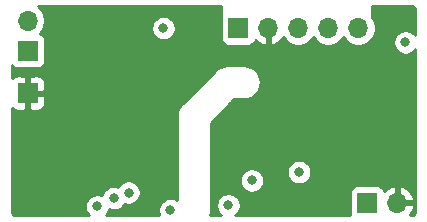
<source format=gbr>
G04 #@! TF.GenerationSoftware,KiCad,Pcbnew,(5.1.5)-3*
G04 #@! TF.CreationDate,2020-02-14T11:46:18+11:00*
G04 #@! TF.ProjectId,Heterodyne,48657465-726f-4647-996e-652e6b696361,rev?*
G04 #@! TF.SameCoordinates,Original*
G04 #@! TF.FileFunction,Copper,L2,Inr*
G04 #@! TF.FilePolarity,Positive*
%FSLAX46Y46*%
G04 Gerber Fmt 4.6, Leading zero omitted, Abs format (unit mm)*
G04 Created by KiCad (PCBNEW (5.1.5)-3) date 2020-02-14 11:46:18*
%MOMM*%
%LPD*%
G04 APERTURE LIST*
%ADD10O,1.700000X1.700000*%
%ADD11R,1.700000X1.700000*%
%ADD12C,0.800000*%
%ADD13C,0.254000*%
G04 APERTURE END LIST*
D10*
X133500000Y-49500000D03*
X130960000Y-49500000D03*
X128420000Y-49500000D03*
X125880000Y-49500000D03*
D11*
X123340000Y-49500000D03*
X105500000Y-55000000D03*
X105500000Y-51400000D03*
D10*
X105500000Y-48860000D03*
X136800000Y-64300000D03*
D11*
X134260000Y-64300000D03*
D12*
X110000000Y-53000000D03*
X110500000Y-57500000D03*
X137875000Y-56800000D03*
X133823897Y-55323897D03*
X130800000Y-53800000D03*
X122800000Y-56100000D03*
X124500000Y-59500000D03*
X117600000Y-60400000D03*
X127600000Y-62900000D03*
X129600000Y-62800000D03*
X120800000Y-53299996D03*
X122500000Y-64500000D03*
X117600000Y-64900000D03*
X111400000Y-64600000D03*
X128500000Y-61699998D03*
X117000000Y-49500000D03*
X137500000Y-50700000D03*
X124500000Y-62400000D03*
X114055553Y-63419447D03*
X112800000Y-63900000D03*
D13*
G36*
X121873000Y-48496469D02*
G01*
X121864188Y-48525518D01*
X121851928Y-48650000D01*
X121851928Y-50350000D01*
X121864188Y-50474482D01*
X121900498Y-50594180D01*
X121959463Y-50704494D01*
X122038815Y-50801185D01*
X122135506Y-50880537D01*
X122245820Y-50939502D01*
X122365518Y-50975812D01*
X122490000Y-50988072D01*
X124190000Y-50988072D01*
X124314482Y-50975812D01*
X124434180Y-50939502D01*
X124544494Y-50880537D01*
X124641185Y-50801185D01*
X124720537Y-50704494D01*
X124779502Y-50594180D01*
X124803966Y-50513534D01*
X124879731Y-50597588D01*
X125113080Y-50771641D01*
X125375901Y-50896825D01*
X125523110Y-50941476D01*
X125753000Y-50820155D01*
X125753000Y-49627000D01*
X125733000Y-49627000D01*
X125733000Y-49373000D01*
X125753000Y-49373000D01*
X125753000Y-49353000D01*
X126007000Y-49353000D01*
X126007000Y-49373000D01*
X126027000Y-49373000D01*
X126027000Y-49627000D01*
X126007000Y-49627000D01*
X126007000Y-50820155D01*
X126236890Y-50941476D01*
X126384099Y-50896825D01*
X126646920Y-50771641D01*
X126880269Y-50597588D01*
X127075178Y-50381355D01*
X127144805Y-50264466D01*
X127266525Y-50446632D01*
X127473368Y-50653475D01*
X127716589Y-50815990D01*
X127986842Y-50927932D01*
X128273740Y-50985000D01*
X128566260Y-50985000D01*
X128853158Y-50927932D01*
X129123411Y-50815990D01*
X129366632Y-50653475D01*
X129573475Y-50446632D01*
X129690000Y-50272240D01*
X129806525Y-50446632D01*
X130013368Y-50653475D01*
X130256589Y-50815990D01*
X130526842Y-50927932D01*
X130813740Y-50985000D01*
X131106260Y-50985000D01*
X131393158Y-50927932D01*
X131663411Y-50815990D01*
X131906632Y-50653475D01*
X132113475Y-50446632D01*
X132230000Y-50272240D01*
X132346525Y-50446632D01*
X132553368Y-50653475D01*
X132796589Y-50815990D01*
X133066842Y-50927932D01*
X133353740Y-50985000D01*
X133646260Y-50985000D01*
X133933158Y-50927932D01*
X134203411Y-50815990D01*
X134446632Y-50653475D01*
X134653475Y-50446632D01*
X134815990Y-50203411D01*
X134927932Y-49933158D01*
X134985000Y-49646260D01*
X134985000Y-49353740D01*
X134927932Y-49066842D01*
X134815990Y-48796589D01*
X134653475Y-48553368D01*
X134627000Y-48526893D01*
X134627000Y-47660000D01*
X137967721Y-47660000D01*
X138065424Y-47669580D01*
X138128356Y-47688580D01*
X138186405Y-47719445D01*
X138237343Y-47760989D01*
X138279248Y-47811644D01*
X138310515Y-47869471D01*
X138329956Y-47932272D01*
X138340001Y-48027845D01*
X138340001Y-50094200D01*
X138303937Y-50040226D01*
X138159774Y-49896063D01*
X137990256Y-49782795D01*
X137801898Y-49704774D01*
X137601939Y-49665000D01*
X137398061Y-49665000D01*
X137198102Y-49704774D01*
X137009744Y-49782795D01*
X136840226Y-49896063D01*
X136696063Y-50040226D01*
X136582795Y-50209744D01*
X136504774Y-50398102D01*
X136465000Y-50598061D01*
X136465000Y-50801939D01*
X136504774Y-51001898D01*
X136582795Y-51190256D01*
X136696063Y-51359774D01*
X136840226Y-51503937D01*
X137009744Y-51617205D01*
X137198102Y-51695226D01*
X137398061Y-51735000D01*
X137601939Y-51735000D01*
X137801898Y-51695226D01*
X137990256Y-51617205D01*
X138159774Y-51503937D01*
X138303937Y-51359774D01*
X138340001Y-51305801D01*
X138340000Y-64967721D01*
X138330420Y-65065424D01*
X138311420Y-65128357D01*
X138280554Y-65186406D01*
X138239011Y-65237343D01*
X138188356Y-65279248D01*
X138130529Y-65310515D01*
X138067728Y-65329956D01*
X137972165Y-65340000D01*
X137852178Y-65340000D01*
X137995178Y-65181355D01*
X138144157Y-64931252D01*
X138241481Y-64656891D01*
X138120814Y-64427000D01*
X136927000Y-64427000D01*
X136927000Y-64447000D01*
X136673000Y-64447000D01*
X136673000Y-64427000D01*
X136653000Y-64427000D01*
X136653000Y-64173000D01*
X136673000Y-64173000D01*
X136673000Y-62979845D01*
X136927000Y-62979845D01*
X136927000Y-64173000D01*
X138120814Y-64173000D01*
X138241481Y-63943109D01*
X138144157Y-63668748D01*
X137995178Y-63418645D01*
X137800269Y-63202412D01*
X137566920Y-63028359D01*
X137304099Y-62903175D01*
X137156890Y-62858524D01*
X136927000Y-62979845D01*
X136673000Y-62979845D01*
X136443110Y-62858524D01*
X136295901Y-62903175D01*
X136033080Y-63028359D01*
X135799731Y-63202412D01*
X135723966Y-63286466D01*
X135699502Y-63205820D01*
X135640537Y-63095506D01*
X135561185Y-62998815D01*
X135464494Y-62919463D01*
X135354180Y-62860498D01*
X135234482Y-62824188D01*
X135110000Y-62811928D01*
X133410000Y-62811928D01*
X133285518Y-62824188D01*
X133165820Y-62860498D01*
X133055506Y-62919463D01*
X132958815Y-62998815D01*
X132879463Y-63095506D01*
X132820498Y-63205820D01*
X132784188Y-63325518D01*
X132771928Y-63450000D01*
X132771928Y-65150000D01*
X132784188Y-65274482D01*
X132804063Y-65340000D01*
X123105802Y-65340000D01*
X123159774Y-65303937D01*
X123303937Y-65159774D01*
X123417205Y-64990256D01*
X123495226Y-64801898D01*
X123535000Y-64601939D01*
X123535000Y-64398061D01*
X123495226Y-64198102D01*
X123417205Y-64009744D01*
X123303937Y-63840226D01*
X123159774Y-63696063D01*
X122990256Y-63582795D01*
X122801898Y-63504774D01*
X122601939Y-63465000D01*
X122398061Y-63465000D01*
X122198102Y-63504774D01*
X122009744Y-63582795D01*
X121840226Y-63696063D01*
X121696063Y-63840226D01*
X121582795Y-64009744D01*
X121504774Y-64198102D01*
X121465000Y-64398061D01*
X121465000Y-64601939D01*
X121504774Y-64801898D01*
X121582795Y-64990256D01*
X121696063Y-65159774D01*
X121840226Y-65303937D01*
X121894198Y-65340000D01*
X120935764Y-65340000D01*
X121014236Y-65081309D01*
X121035000Y-64870492D01*
X121035000Y-62298061D01*
X123465000Y-62298061D01*
X123465000Y-62501939D01*
X123504774Y-62701898D01*
X123582795Y-62890256D01*
X123696063Y-63059774D01*
X123840226Y-63203937D01*
X124009744Y-63317205D01*
X124198102Y-63395226D01*
X124398061Y-63435000D01*
X124601939Y-63435000D01*
X124801898Y-63395226D01*
X124990256Y-63317205D01*
X125159774Y-63203937D01*
X125303937Y-63059774D01*
X125417205Y-62890256D01*
X125495226Y-62701898D01*
X125535000Y-62501939D01*
X125535000Y-62298061D01*
X125495226Y-62098102D01*
X125417205Y-61909744D01*
X125303937Y-61740226D01*
X125161770Y-61598059D01*
X127465000Y-61598059D01*
X127465000Y-61801937D01*
X127504774Y-62001896D01*
X127582795Y-62190254D01*
X127696063Y-62359772D01*
X127840226Y-62503935D01*
X128009744Y-62617203D01*
X128198102Y-62695224D01*
X128398061Y-62734998D01*
X128601939Y-62734998D01*
X128801898Y-62695224D01*
X128990256Y-62617203D01*
X129159774Y-62503935D01*
X129303937Y-62359772D01*
X129417205Y-62190254D01*
X129495226Y-62001896D01*
X129535000Y-61801937D01*
X129535000Y-61598059D01*
X129495226Y-61398100D01*
X129417205Y-61209742D01*
X129303937Y-61040224D01*
X129159774Y-60896061D01*
X128990256Y-60782793D01*
X128801898Y-60704772D01*
X128601939Y-60664998D01*
X128398061Y-60664998D01*
X128198102Y-60704772D01*
X128009744Y-60782793D01*
X127840226Y-60896061D01*
X127696063Y-61040224D01*
X127582795Y-61209742D01*
X127504774Y-61398100D01*
X127465000Y-61598059D01*
X125161770Y-61598059D01*
X125159774Y-61596063D01*
X124990256Y-61482795D01*
X124801898Y-61404774D01*
X124601939Y-61365000D01*
X124398061Y-61365000D01*
X124198102Y-61404774D01*
X124009744Y-61482795D01*
X123840226Y-61596063D01*
X123696063Y-61740226D01*
X123582795Y-61909744D01*
X123504774Y-62098102D01*
X123465000Y-62298061D01*
X121035000Y-62298061D01*
X121035000Y-57494395D01*
X122994396Y-55535000D01*
X123870492Y-55535000D01*
X124081309Y-55514236D01*
X124351808Y-55432182D01*
X124601101Y-55298932D01*
X124819608Y-55119608D01*
X124998932Y-54901101D01*
X125132182Y-54651808D01*
X125214236Y-54381309D01*
X125241943Y-54100000D01*
X125214236Y-53818691D01*
X125132182Y-53548192D01*
X124998932Y-53298899D01*
X124819608Y-53080392D01*
X124601101Y-52901068D01*
X124351808Y-52767818D01*
X124081309Y-52685764D01*
X123870492Y-52665000D01*
X122470492Y-52665000D01*
X122400000Y-52658057D01*
X122329508Y-52665000D01*
X122118691Y-52685764D01*
X121848192Y-52767818D01*
X121598899Y-52901068D01*
X121380392Y-53080392D01*
X121335450Y-53135154D01*
X118635155Y-55835450D01*
X118580393Y-55880392D01*
X118401069Y-56098899D01*
X118344627Y-56204494D01*
X118267818Y-56348193D01*
X118185764Y-56618692D01*
X118158057Y-56900000D01*
X118165001Y-56970502D01*
X118165000Y-64032737D01*
X118090256Y-63982795D01*
X117901898Y-63904774D01*
X117701939Y-63865000D01*
X117498061Y-63865000D01*
X117298102Y-63904774D01*
X117109744Y-63982795D01*
X116940226Y-64096063D01*
X116796063Y-64240226D01*
X116682795Y-64409744D01*
X116604774Y-64598102D01*
X116565000Y-64798061D01*
X116565000Y-65001939D01*
X116604774Y-65201898D01*
X116661978Y-65340000D01*
X112123711Y-65340000D01*
X112203937Y-65259774D01*
X112317205Y-65090256D01*
X112395226Y-64901898D01*
X112404283Y-64856365D01*
X112498102Y-64895226D01*
X112698061Y-64935000D01*
X112901939Y-64935000D01*
X113101898Y-64895226D01*
X113290256Y-64817205D01*
X113459774Y-64703937D01*
X113603937Y-64559774D01*
X113712328Y-64397555D01*
X113753655Y-64414673D01*
X113953614Y-64454447D01*
X114157492Y-64454447D01*
X114357451Y-64414673D01*
X114545809Y-64336652D01*
X114715327Y-64223384D01*
X114859490Y-64079221D01*
X114972758Y-63909703D01*
X115050779Y-63721345D01*
X115090553Y-63521386D01*
X115090553Y-63317508D01*
X115050779Y-63117549D01*
X114972758Y-62929191D01*
X114859490Y-62759673D01*
X114715327Y-62615510D01*
X114545809Y-62502242D01*
X114357451Y-62424221D01*
X114157492Y-62384447D01*
X113953614Y-62384447D01*
X113753655Y-62424221D01*
X113565297Y-62502242D01*
X113395779Y-62615510D01*
X113251616Y-62759673D01*
X113143225Y-62921892D01*
X113101898Y-62904774D01*
X112901939Y-62865000D01*
X112698061Y-62865000D01*
X112498102Y-62904774D01*
X112309744Y-62982795D01*
X112140226Y-63096063D01*
X111996063Y-63240226D01*
X111882795Y-63409744D01*
X111804774Y-63598102D01*
X111795717Y-63643635D01*
X111701898Y-63604774D01*
X111501939Y-63565000D01*
X111298061Y-63565000D01*
X111098102Y-63604774D01*
X110909744Y-63682795D01*
X110740226Y-63796063D01*
X110596063Y-63940226D01*
X110482795Y-64109744D01*
X110404774Y-64298102D01*
X110365000Y-64498061D01*
X110365000Y-64701939D01*
X110404774Y-64901898D01*
X110482795Y-65090256D01*
X110596063Y-65259774D01*
X110676289Y-65340000D01*
X104532279Y-65340000D01*
X104434576Y-65330420D01*
X104371643Y-65311420D01*
X104313594Y-65280554D01*
X104262657Y-65239011D01*
X104220752Y-65188356D01*
X104189485Y-65130529D01*
X104170044Y-65067728D01*
X104160000Y-64972165D01*
X104160000Y-56253889D01*
X104198815Y-56301185D01*
X104295506Y-56380537D01*
X104405820Y-56439502D01*
X104525518Y-56475812D01*
X104650000Y-56488072D01*
X105214250Y-56485000D01*
X105373000Y-56326250D01*
X105373000Y-55127000D01*
X105627000Y-55127000D01*
X105627000Y-56326250D01*
X105785750Y-56485000D01*
X106350000Y-56488072D01*
X106474482Y-56475812D01*
X106594180Y-56439502D01*
X106704494Y-56380537D01*
X106801185Y-56301185D01*
X106880537Y-56204494D01*
X106939502Y-56094180D01*
X106975812Y-55974482D01*
X106988072Y-55850000D01*
X106985000Y-55285750D01*
X106826250Y-55127000D01*
X105627000Y-55127000D01*
X105373000Y-55127000D01*
X105353000Y-55127000D01*
X105353000Y-54873000D01*
X105373000Y-54873000D01*
X105373000Y-53673750D01*
X105627000Y-53673750D01*
X105627000Y-54873000D01*
X106826250Y-54873000D01*
X106985000Y-54714250D01*
X106988072Y-54150000D01*
X106975812Y-54025518D01*
X106939502Y-53905820D01*
X106880537Y-53795506D01*
X106801185Y-53698815D01*
X106704494Y-53619463D01*
X106594180Y-53560498D01*
X106474482Y-53524188D01*
X106350000Y-53511928D01*
X105785750Y-53515000D01*
X105627000Y-53673750D01*
X105373000Y-53673750D01*
X105214250Y-53515000D01*
X104650000Y-53511928D01*
X104525518Y-53524188D01*
X104405820Y-53560498D01*
X104295506Y-53619463D01*
X104198815Y-53698815D01*
X104160000Y-53746111D01*
X104160000Y-52653889D01*
X104198815Y-52701185D01*
X104295506Y-52780537D01*
X104405820Y-52839502D01*
X104525518Y-52875812D01*
X104650000Y-52888072D01*
X106350000Y-52888072D01*
X106474482Y-52875812D01*
X106594180Y-52839502D01*
X106704494Y-52780537D01*
X106801185Y-52701185D01*
X106880537Y-52604494D01*
X106939502Y-52494180D01*
X106975812Y-52374482D01*
X106988072Y-52250000D01*
X106988072Y-50550000D01*
X106975812Y-50425518D01*
X106939502Y-50305820D01*
X106880537Y-50195506D01*
X106801185Y-50098815D01*
X106704494Y-50019463D01*
X106594180Y-49960498D01*
X106521620Y-49938487D01*
X106653475Y-49806632D01*
X106815990Y-49563411D01*
X106884479Y-49398061D01*
X115965000Y-49398061D01*
X115965000Y-49601939D01*
X116004774Y-49801898D01*
X116082795Y-49990256D01*
X116196063Y-50159774D01*
X116340226Y-50303937D01*
X116509744Y-50417205D01*
X116698102Y-50495226D01*
X116898061Y-50535000D01*
X117101939Y-50535000D01*
X117301898Y-50495226D01*
X117490256Y-50417205D01*
X117659774Y-50303937D01*
X117803937Y-50159774D01*
X117917205Y-49990256D01*
X117995226Y-49801898D01*
X118035000Y-49601939D01*
X118035000Y-49398061D01*
X117995226Y-49198102D01*
X117917205Y-49009744D01*
X117803937Y-48840226D01*
X117659774Y-48696063D01*
X117490256Y-48582795D01*
X117301898Y-48504774D01*
X117101939Y-48465000D01*
X116898061Y-48465000D01*
X116698102Y-48504774D01*
X116509744Y-48582795D01*
X116340226Y-48696063D01*
X116196063Y-48840226D01*
X116082795Y-49009744D01*
X116004774Y-49198102D01*
X115965000Y-49398061D01*
X106884479Y-49398061D01*
X106927932Y-49293158D01*
X106985000Y-49006260D01*
X106985000Y-48713740D01*
X106927932Y-48426842D01*
X106815990Y-48156589D01*
X106653475Y-47913368D01*
X106446632Y-47706525D01*
X106377002Y-47660000D01*
X121873000Y-47660000D01*
X121873000Y-48496469D01*
G37*
X121873000Y-48496469D02*
X121864188Y-48525518D01*
X121851928Y-48650000D01*
X121851928Y-50350000D01*
X121864188Y-50474482D01*
X121900498Y-50594180D01*
X121959463Y-50704494D01*
X122038815Y-50801185D01*
X122135506Y-50880537D01*
X122245820Y-50939502D01*
X122365518Y-50975812D01*
X122490000Y-50988072D01*
X124190000Y-50988072D01*
X124314482Y-50975812D01*
X124434180Y-50939502D01*
X124544494Y-50880537D01*
X124641185Y-50801185D01*
X124720537Y-50704494D01*
X124779502Y-50594180D01*
X124803966Y-50513534D01*
X124879731Y-50597588D01*
X125113080Y-50771641D01*
X125375901Y-50896825D01*
X125523110Y-50941476D01*
X125753000Y-50820155D01*
X125753000Y-49627000D01*
X125733000Y-49627000D01*
X125733000Y-49373000D01*
X125753000Y-49373000D01*
X125753000Y-49353000D01*
X126007000Y-49353000D01*
X126007000Y-49373000D01*
X126027000Y-49373000D01*
X126027000Y-49627000D01*
X126007000Y-49627000D01*
X126007000Y-50820155D01*
X126236890Y-50941476D01*
X126384099Y-50896825D01*
X126646920Y-50771641D01*
X126880269Y-50597588D01*
X127075178Y-50381355D01*
X127144805Y-50264466D01*
X127266525Y-50446632D01*
X127473368Y-50653475D01*
X127716589Y-50815990D01*
X127986842Y-50927932D01*
X128273740Y-50985000D01*
X128566260Y-50985000D01*
X128853158Y-50927932D01*
X129123411Y-50815990D01*
X129366632Y-50653475D01*
X129573475Y-50446632D01*
X129690000Y-50272240D01*
X129806525Y-50446632D01*
X130013368Y-50653475D01*
X130256589Y-50815990D01*
X130526842Y-50927932D01*
X130813740Y-50985000D01*
X131106260Y-50985000D01*
X131393158Y-50927932D01*
X131663411Y-50815990D01*
X131906632Y-50653475D01*
X132113475Y-50446632D01*
X132230000Y-50272240D01*
X132346525Y-50446632D01*
X132553368Y-50653475D01*
X132796589Y-50815990D01*
X133066842Y-50927932D01*
X133353740Y-50985000D01*
X133646260Y-50985000D01*
X133933158Y-50927932D01*
X134203411Y-50815990D01*
X134446632Y-50653475D01*
X134653475Y-50446632D01*
X134815990Y-50203411D01*
X134927932Y-49933158D01*
X134985000Y-49646260D01*
X134985000Y-49353740D01*
X134927932Y-49066842D01*
X134815990Y-48796589D01*
X134653475Y-48553368D01*
X134627000Y-48526893D01*
X134627000Y-47660000D01*
X137967721Y-47660000D01*
X138065424Y-47669580D01*
X138128356Y-47688580D01*
X138186405Y-47719445D01*
X138237343Y-47760989D01*
X138279248Y-47811644D01*
X138310515Y-47869471D01*
X138329956Y-47932272D01*
X138340001Y-48027845D01*
X138340001Y-50094200D01*
X138303937Y-50040226D01*
X138159774Y-49896063D01*
X137990256Y-49782795D01*
X137801898Y-49704774D01*
X137601939Y-49665000D01*
X137398061Y-49665000D01*
X137198102Y-49704774D01*
X137009744Y-49782795D01*
X136840226Y-49896063D01*
X136696063Y-50040226D01*
X136582795Y-50209744D01*
X136504774Y-50398102D01*
X136465000Y-50598061D01*
X136465000Y-50801939D01*
X136504774Y-51001898D01*
X136582795Y-51190256D01*
X136696063Y-51359774D01*
X136840226Y-51503937D01*
X137009744Y-51617205D01*
X137198102Y-51695226D01*
X137398061Y-51735000D01*
X137601939Y-51735000D01*
X137801898Y-51695226D01*
X137990256Y-51617205D01*
X138159774Y-51503937D01*
X138303937Y-51359774D01*
X138340001Y-51305801D01*
X138340000Y-64967721D01*
X138330420Y-65065424D01*
X138311420Y-65128357D01*
X138280554Y-65186406D01*
X138239011Y-65237343D01*
X138188356Y-65279248D01*
X138130529Y-65310515D01*
X138067728Y-65329956D01*
X137972165Y-65340000D01*
X137852178Y-65340000D01*
X137995178Y-65181355D01*
X138144157Y-64931252D01*
X138241481Y-64656891D01*
X138120814Y-64427000D01*
X136927000Y-64427000D01*
X136927000Y-64447000D01*
X136673000Y-64447000D01*
X136673000Y-64427000D01*
X136653000Y-64427000D01*
X136653000Y-64173000D01*
X136673000Y-64173000D01*
X136673000Y-62979845D01*
X136927000Y-62979845D01*
X136927000Y-64173000D01*
X138120814Y-64173000D01*
X138241481Y-63943109D01*
X138144157Y-63668748D01*
X137995178Y-63418645D01*
X137800269Y-63202412D01*
X137566920Y-63028359D01*
X137304099Y-62903175D01*
X137156890Y-62858524D01*
X136927000Y-62979845D01*
X136673000Y-62979845D01*
X136443110Y-62858524D01*
X136295901Y-62903175D01*
X136033080Y-63028359D01*
X135799731Y-63202412D01*
X135723966Y-63286466D01*
X135699502Y-63205820D01*
X135640537Y-63095506D01*
X135561185Y-62998815D01*
X135464494Y-62919463D01*
X135354180Y-62860498D01*
X135234482Y-62824188D01*
X135110000Y-62811928D01*
X133410000Y-62811928D01*
X133285518Y-62824188D01*
X133165820Y-62860498D01*
X133055506Y-62919463D01*
X132958815Y-62998815D01*
X132879463Y-63095506D01*
X132820498Y-63205820D01*
X132784188Y-63325518D01*
X132771928Y-63450000D01*
X132771928Y-65150000D01*
X132784188Y-65274482D01*
X132804063Y-65340000D01*
X123105802Y-65340000D01*
X123159774Y-65303937D01*
X123303937Y-65159774D01*
X123417205Y-64990256D01*
X123495226Y-64801898D01*
X123535000Y-64601939D01*
X123535000Y-64398061D01*
X123495226Y-64198102D01*
X123417205Y-64009744D01*
X123303937Y-63840226D01*
X123159774Y-63696063D01*
X122990256Y-63582795D01*
X122801898Y-63504774D01*
X122601939Y-63465000D01*
X122398061Y-63465000D01*
X122198102Y-63504774D01*
X122009744Y-63582795D01*
X121840226Y-63696063D01*
X121696063Y-63840226D01*
X121582795Y-64009744D01*
X121504774Y-64198102D01*
X121465000Y-64398061D01*
X121465000Y-64601939D01*
X121504774Y-64801898D01*
X121582795Y-64990256D01*
X121696063Y-65159774D01*
X121840226Y-65303937D01*
X121894198Y-65340000D01*
X120935764Y-65340000D01*
X121014236Y-65081309D01*
X121035000Y-64870492D01*
X121035000Y-62298061D01*
X123465000Y-62298061D01*
X123465000Y-62501939D01*
X123504774Y-62701898D01*
X123582795Y-62890256D01*
X123696063Y-63059774D01*
X123840226Y-63203937D01*
X124009744Y-63317205D01*
X124198102Y-63395226D01*
X124398061Y-63435000D01*
X124601939Y-63435000D01*
X124801898Y-63395226D01*
X124990256Y-63317205D01*
X125159774Y-63203937D01*
X125303937Y-63059774D01*
X125417205Y-62890256D01*
X125495226Y-62701898D01*
X125535000Y-62501939D01*
X125535000Y-62298061D01*
X125495226Y-62098102D01*
X125417205Y-61909744D01*
X125303937Y-61740226D01*
X125161770Y-61598059D01*
X127465000Y-61598059D01*
X127465000Y-61801937D01*
X127504774Y-62001896D01*
X127582795Y-62190254D01*
X127696063Y-62359772D01*
X127840226Y-62503935D01*
X128009744Y-62617203D01*
X128198102Y-62695224D01*
X128398061Y-62734998D01*
X128601939Y-62734998D01*
X128801898Y-62695224D01*
X128990256Y-62617203D01*
X129159774Y-62503935D01*
X129303937Y-62359772D01*
X129417205Y-62190254D01*
X129495226Y-62001896D01*
X129535000Y-61801937D01*
X129535000Y-61598059D01*
X129495226Y-61398100D01*
X129417205Y-61209742D01*
X129303937Y-61040224D01*
X129159774Y-60896061D01*
X128990256Y-60782793D01*
X128801898Y-60704772D01*
X128601939Y-60664998D01*
X128398061Y-60664998D01*
X128198102Y-60704772D01*
X128009744Y-60782793D01*
X127840226Y-60896061D01*
X127696063Y-61040224D01*
X127582795Y-61209742D01*
X127504774Y-61398100D01*
X127465000Y-61598059D01*
X125161770Y-61598059D01*
X125159774Y-61596063D01*
X124990256Y-61482795D01*
X124801898Y-61404774D01*
X124601939Y-61365000D01*
X124398061Y-61365000D01*
X124198102Y-61404774D01*
X124009744Y-61482795D01*
X123840226Y-61596063D01*
X123696063Y-61740226D01*
X123582795Y-61909744D01*
X123504774Y-62098102D01*
X123465000Y-62298061D01*
X121035000Y-62298061D01*
X121035000Y-57494395D01*
X122994396Y-55535000D01*
X123870492Y-55535000D01*
X124081309Y-55514236D01*
X124351808Y-55432182D01*
X124601101Y-55298932D01*
X124819608Y-55119608D01*
X124998932Y-54901101D01*
X125132182Y-54651808D01*
X125214236Y-54381309D01*
X125241943Y-54100000D01*
X125214236Y-53818691D01*
X125132182Y-53548192D01*
X124998932Y-53298899D01*
X124819608Y-53080392D01*
X124601101Y-52901068D01*
X124351808Y-52767818D01*
X124081309Y-52685764D01*
X123870492Y-52665000D01*
X122470492Y-52665000D01*
X122400000Y-52658057D01*
X122329508Y-52665000D01*
X122118691Y-52685764D01*
X121848192Y-52767818D01*
X121598899Y-52901068D01*
X121380392Y-53080392D01*
X121335450Y-53135154D01*
X118635155Y-55835450D01*
X118580393Y-55880392D01*
X118401069Y-56098899D01*
X118344627Y-56204494D01*
X118267818Y-56348193D01*
X118185764Y-56618692D01*
X118158057Y-56900000D01*
X118165001Y-56970502D01*
X118165000Y-64032737D01*
X118090256Y-63982795D01*
X117901898Y-63904774D01*
X117701939Y-63865000D01*
X117498061Y-63865000D01*
X117298102Y-63904774D01*
X117109744Y-63982795D01*
X116940226Y-64096063D01*
X116796063Y-64240226D01*
X116682795Y-64409744D01*
X116604774Y-64598102D01*
X116565000Y-64798061D01*
X116565000Y-65001939D01*
X116604774Y-65201898D01*
X116661978Y-65340000D01*
X112123711Y-65340000D01*
X112203937Y-65259774D01*
X112317205Y-65090256D01*
X112395226Y-64901898D01*
X112404283Y-64856365D01*
X112498102Y-64895226D01*
X112698061Y-64935000D01*
X112901939Y-64935000D01*
X113101898Y-64895226D01*
X113290256Y-64817205D01*
X113459774Y-64703937D01*
X113603937Y-64559774D01*
X113712328Y-64397555D01*
X113753655Y-64414673D01*
X113953614Y-64454447D01*
X114157492Y-64454447D01*
X114357451Y-64414673D01*
X114545809Y-64336652D01*
X114715327Y-64223384D01*
X114859490Y-64079221D01*
X114972758Y-63909703D01*
X115050779Y-63721345D01*
X115090553Y-63521386D01*
X115090553Y-63317508D01*
X115050779Y-63117549D01*
X114972758Y-62929191D01*
X114859490Y-62759673D01*
X114715327Y-62615510D01*
X114545809Y-62502242D01*
X114357451Y-62424221D01*
X114157492Y-62384447D01*
X113953614Y-62384447D01*
X113753655Y-62424221D01*
X113565297Y-62502242D01*
X113395779Y-62615510D01*
X113251616Y-62759673D01*
X113143225Y-62921892D01*
X113101898Y-62904774D01*
X112901939Y-62865000D01*
X112698061Y-62865000D01*
X112498102Y-62904774D01*
X112309744Y-62982795D01*
X112140226Y-63096063D01*
X111996063Y-63240226D01*
X111882795Y-63409744D01*
X111804774Y-63598102D01*
X111795717Y-63643635D01*
X111701898Y-63604774D01*
X111501939Y-63565000D01*
X111298061Y-63565000D01*
X111098102Y-63604774D01*
X110909744Y-63682795D01*
X110740226Y-63796063D01*
X110596063Y-63940226D01*
X110482795Y-64109744D01*
X110404774Y-64298102D01*
X110365000Y-64498061D01*
X110365000Y-64701939D01*
X110404774Y-64901898D01*
X110482795Y-65090256D01*
X110596063Y-65259774D01*
X110676289Y-65340000D01*
X104532279Y-65340000D01*
X104434576Y-65330420D01*
X104371643Y-65311420D01*
X104313594Y-65280554D01*
X104262657Y-65239011D01*
X104220752Y-65188356D01*
X104189485Y-65130529D01*
X104170044Y-65067728D01*
X104160000Y-64972165D01*
X104160000Y-56253889D01*
X104198815Y-56301185D01*
X104295506Y-56380537D01*
X104405820Y-56439502D01*
X104525518Y-56475812D01*
X104650000Y-56488072D01*
X105214250Y-56485000D01*
X105373000Y-56326250D01*
X105373000Y-55127000D01*
X105627000Y-55127000D01*
X105627000Y-56326250D01*
X105785750Y-56485000D01*
X106350000Y-56488072D01*
X106474482Y-56475812D01*
X106594180Y-56439502D01*
X106704494Y-56380537D01*
X106801185Y-56301185D01*
X106880537Y-56204494D01*
X106939502Y-56094180D01*
X106975812Y-55974482D01*
X106988072Y-55850000D01*
X106985000Y-55285750D01*
X106826250Y-55127000D01*
X105627000Y-55127000D01*
X105373000Y-55127000D01*
X105353000Y-55127000D01*
X105353000Y-54873000D01*
X105373000Y-54873000D01*
X105373000Y-53673750D01*
X105627000Y-53673750D01*
X105627000Y-54873000D01*
X106826250Y-54873000D01*
X106985000Y-54714250D01*
X106988072Y-54150000D01*
X106975812Y-54025518D01*
X106939502Y-53905820D01*
X106880537Y-53795506D01*
X106801185Y-53698815D01*
X106704494Y-53619463D01*
X106594180Y-53560498D01*
X106474482Y-53524188D01*
X106350000Y-53511928D01*
X105785750Y-53515000D01*
X105627000Y-53673750D01*
X105373000Y-53673750D01*
X105214250Y-53515000D01*
X104650000Y-53511928D01*
X104525518Y-53524188D01*
X104405820Y-53560498D01*
X104295506Y-53619463D01*
X104198815Y-53698815D01*
X104160000Y-53746111D01*
X104160000Y-52653889D01*
X104198815Y-52701185D01*
X104295506Y-52780537D01*
X104405820Y-52839502D01*
X104525518Y-52875812D01*
X104650000Y-52888072D01*
X106350000Y-52888072D01*
X106474482Y-52875812D01*
X106594180Y-52839502D01*
X106704494Y-52780537D01*
X106801185Y-52701185D01*
X106880537Y-52604494D01*
X106939502Y-52494180D01*
X106975812Y-52374482D01*
X106988072Y-52250000D01*
X106988072Y-50550000D01*
X106975812Y-50425518D01*
X106939502Y-50305820D01*
X106880537Y-50195506D01*
X106801185Y-50098815D01*
X106704494Y-50019463D01*
X106594180Y-49960498D01*
X106521620Y-49938487D01*
X106653475Y-49806632D01*
X106815990Y-49563411D01*
X106884479Y-49398061D01*
X115965000Y-49398061D01*
X115965000Y-49601939D01*
X116004774Y-49801898D01*
X116082795Y-49990256D01*
X116196063Y-50159774D01*
X116340226Y-50303937D01*
X116509744Y-50417205D01*
X116698102Y-50495226D01*
X116898061Y-50535000D01*
X117101939Y-50535000D01*
X117301898Y-50495226D01*
X117490256Y-50417205D01*
X117659774Y-50303937D01*
X117803937Y-50159774D01*
X117917205Y-49990256D01*
X117995226Y-49801898D01*
X118035000Y-49601939D01*
X118035000Y-49398061D01*
X117995226Y-49198102D01*
X117917205Y-49009744D01*
X117803937Y-48840226D01*
X117659774Y-48696063D01*
X117490256Y-48582795D01*
X117301898Y-48504774D01*
X117101939Y-48465000D01*
X116898061Y-48465000D01*
X116698102Y-48504774D01*
X116509744Y-48582795D01*
X116340226Y-48696063D01*
X116196063Y-48840226D01*
X116082795Y-49009744D01*
X116004774Y-49198102D01*
X115965000Y-49398061D01*
X106884479Y-49398061D01*
X106927932Y-49293158D01*
X106985000Y-49006260D01*
X106985000Y-48713740D01*
X106927932Y-48426842D01*
X106815990Y-48156589D01*
X106653475Y-47913368D01*
X106446632Y-47706525D01*
X106377002Y-47660000D01*
X121873000Y-47660000D01*
X121873000Y-48496469D01*
M02*

</source>
